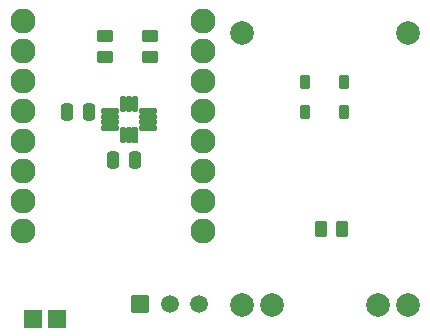
<source format=gbr>
%TF.GenerationSoftware,KiCad,Pcbnew,7.0.10*%
%TF.CreationDate,2024-01-21T01:18:24-08:00*%
%TF.ProjectId,caribou_slime,63617269-626f-4755-9f73-6c696d652e6b,rev?*%
%TF.SameCoordinates,Original*%
%TF.FileFunction,Soldermask,Bot*%
%TF.FilePolarity,Negative*%
%FSLAX46Y46*%
G04 Gerber Fmt 4.6, Leading zero omitted, Abs format (unit mm)*
G04 Created by KiCad (PCBNEW 7.0.10) date 2024-01-21 01:18:24*
%MOMM*%
%LPD*%
G01*
G04 APERTURE LIST*
G04 Aperture macros list*
%AMRoundRect*
0 Rectangle with rounded corners*
0 $1 Rounding radius*
0 $2 $3 $4 $5 $6 $7 $8 $9 X,Y pos of 4 corners*
0 Add a 4 corners polygon primitive as box body*
4,1,4,$2,$3,$4,$5,$6,$7,$8,$9,$2,$3,0*
0 Add four circle primitives for the rounded corners*
1,1,$1+$1,$2,$3*
1,1,$1+$1,$4,$5*
1,1,$1+$1,$6,$7*
1,1,$1+$1,$8,$9*
0 Add four rect primitives between the rounded corners*
20,1,$1+$1,$2,$3,$4,$5,0*
20,1,$1+$1,$4,$5,$6,$7,0*
20,1,$1+$1,$6,$7,$8,$9,0*
20,1,$1+$1,$8,$9,$2,$3,0*%
G04 Aperture macros list end*
%ADD10RoundRect,0.102000X0.680500X0.125000X-0.680500X0.125000X-0.680500X-0.125000X0.680500X-0.125000X0*%
%ADD11RoundRect,0.102000X0.130000X-0.615000X0.130000X0.615000X-0.130000X0.615000X-0.130000X-0.615000X0*%
%ADD12RoundRect,0.102000X0.125000X-0.615000X0.125000X0.615000X-0.125000X0.615000X-0.125000X-0.615000X0*%
%ADD13C,2.109000*%
%ADD14RoundRect,0.102000X-0.654000X-0.654000X0.654000X-0.654000X0.654000X0.654000X-0.654000X0.654000X0*%
%ADD15C,1.512000*%
%ADD16C,2.000000*%
%ADD17R,1.500000X1.500000*%
%ADD18RoundRect,0.250000X0.250000X0.475000X-0.250000X0.475000X-0.250000X-0.475000X0.250000X-0.475000X0*%
%ADD19RoundRect,0.225000X-0.225000X-0.375000X0.225000X-0.375000X0.225000X0.375000X-0.225000X0.375000X0*%
%ADD20RoundRect,0.250000X-0.450000X0.262500X-0.450000X-0.262500X0.450000X-0.262500X0.450000X0.262500X0*%
%ADD21RoundRect,0.250000X-0.262500X-0.450000X0.262500X-0.450000X0.262500X0.450000X-0.262500X0.450000X0*%
G04 APERTURE END LIST*
D10*
%TO.C,U2*%
X45528000Y-34925000D03*
X45528000Y-35425000D03*
X45528000Y-35925000D03*
X45528000Y-36425000D03*
D11*
X44427500Y-36965000D03*
D12*
X43922500Y-36965000D03*
X43422500Y-36965000D03*
D10*
X42317000Y-36425000D03*
X42317000Y-35925000D03*
X42317000Y-35425000D03*
X42317000Y-34925000D03*
D12*
X43422500Y-34385000D03*
X43922500Y-34385000D03*
X44422500Y-34385000D03*
%TD*%
D13*
%TO.C,U1*%
X50165000Y-45085000D03*
X50165000Y-42545000D03*
X50165000Y-40005000D03*
X50165000Y-37465000D03*
X50165000Y-32385000D03*
X50165000Y-34925000D03*
X34925000Y-27305000D03*
X50165000Y-27305000D03*
X34925000Y-29845000D03*
X34925000Y-32385000D03*
X34925000Y-34925000D03*
X34925000Y-37465000D03*
X34925000Y-40005000D03*
X34925000Y-42545000D03*
X34925000Y-45085000D03*
X50165000Y-29845000D03*
%TD*%
D14*
%TO.C,S1*%
X44861538Y-51318108D03*
D15*
X47361538Y-51318108D03*
X49861538Y-51318108D03*
%TD*%
D16*
%TO.C,U3*%
X67528250Y-28360107D03*
X53528250Y-28360107D03*
X67528250Y-51360107D03*
X53528250Y-51360107D03*
X64988250Y-51360107D03*
X56068250Y-51360107D03*
%TD*%
D17*
%TO.C,B-*%
X37846000Y-52578000D03*
%TD*%
%TO.C,B+*%
X35814000Y-52578000D03*
%TD*%
D18*
%TO.C,C1*%
X40574000Y-35052000D03*
X38674000Y-35052000D03*
%TD*%
D19*
%TO.C,D1*%
X58802000Y-32512000D03*
X62102000Y-32512000D03*
%TD*%
D20*
%TO.C,R1*%
X41910000Y-28572870D03*
X41910000Y-30397870D03*
%TD*%
%TO.C,R2*%
X45720000Y-28575000D03*
X45720000Y-30400000D03*
%TD*%
D19*
%TO.C,D2*%
X58802000Y-35052000D03*
X62102000Y-35052000D03*
%TD*%
D18*
%TO.C,C2*%
X44450000Y-39116000D03*
X42550000Y-39116000D03*
%TD*%
D21*
%TO.C,R3*%
X60151000Y-44958000D03*
X61976000Y-44958000D03*
%TD*%
M02*

</source>
